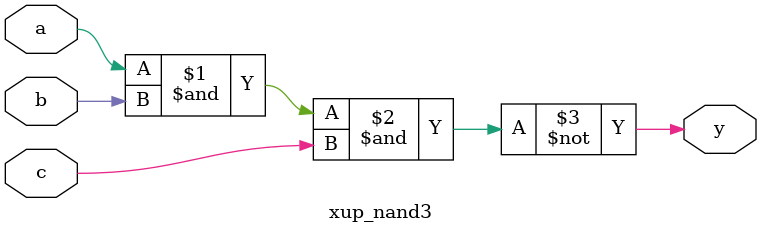
<source format=v>

`timescale 1ns / 1ps
module xup_nand3 #(parameter DELAY = 3)(
    input a,
    input b,
    input c,
    output y
    );
    
    nand #DELAY (y,a,b,c);
    
endmodule

</source>
